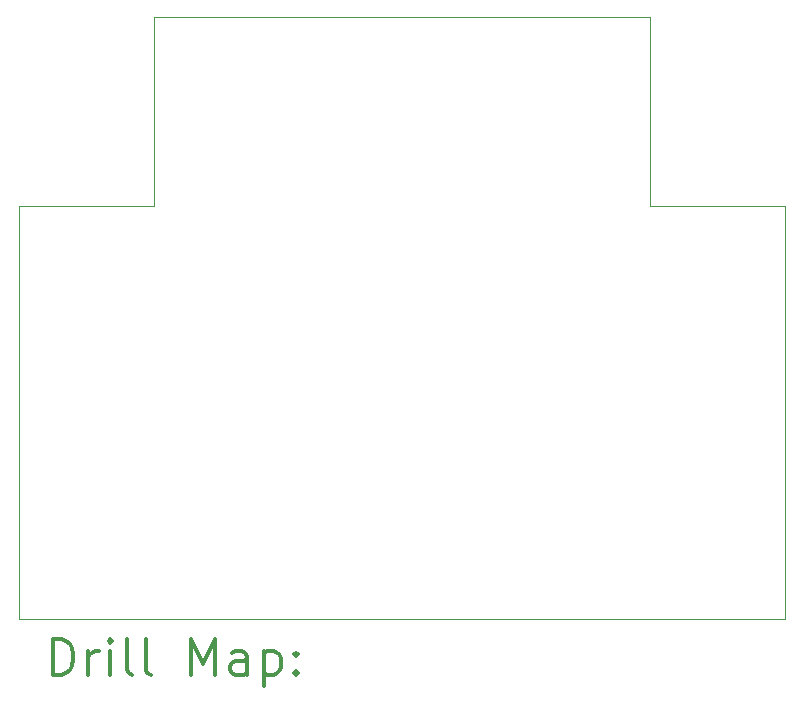
<source format=gbr>
%FSLAX45Y45*%
G04 Gerber Fmt 4.5, Leading zero omitted, Abs format (unit mm)*
G04 Created by KiCad (PCBNEW 5.1.9+dfsg1-1) date 2021-05-25 15:20:50*
%MOMM*%
%LPD*%
G01*
G04 APERTURE LIST*
%TA.AperFunction,Profile*%
%ADD10C,0.050000*%
%TD*%
%ADD11C,0.200000*%
%ADD12C,0.300000*%
G04 APERTURE END LIST*
D10*
X16910000Y-6440000D02*
X16910000Y-4840000D01*
X12710000Y-6440000D02*
X11570000Y-6440000D01*
X12710000Y-4840000D02*
X12710000Y-6440000D01*
X11570000Y-6440000D02*
X11570000Y-9940000D01*
X18050000Y-6440000D02*
X16910000Y-6440000D01*
X18050000Y-9940000D02*
X18050000Y-6440000D01*
X11570000Y-9940000D02*
X18050000Y-9940000D01*
X16910000Y-4840000D02*
X12710000Y-4840000D01*
D11*
D12*
X11853928Y-10408214D02*
X11853928Y-10108214D01*
X11925357Y-10108214D01*
X11968214Y-10122500D01*
X11996786Y-10151072D01*
X12011071Y-10179643D01*
X12025357Y-10236786D01*
X12025357Y-10279643D01*
X12011071Y-10336786D01*
X11996786Y-10365357D01*
X11968214Y-10393929D01*
X11925357Y-10408214D01*
X11853928Y-10408214D01*
X12153928Y-10408214D02*
X12153928Y-10208214D01*
X12153928Y-10265357D02*
X12168214Y-10236786D01*
X12182500Y-10222500D01*
X12211071Y-10208214D01*
X12239643Y-10208214D01*
X12339643Y-10408214D02*
X12339643Y-10208214D01*
X12339643Y-10108214D02*
X12325357Y-10122500D01*
X12339643Y-10136786D01*
X12353928Y-10122500D01*
X12339643Y-10108214D01*
X12339643Y-10136786D01*
X12525357Y-10408214D02*
X12496786Y-10393929D01*
X12482500Y-10365357D01*
X12482500Y-10108214D01*
X12682500Y-10408214D02*
X12653928Y-10393929D01*
X12639643Y-10365357D01*
X12639643Y-10108214D01*
X13025357Y-10408214D02*
X13025357Y-10108214D01*
X13125357Y-10322500D01*
X13225357Y-10108214D01*
X13225357Y-10408214D01*
X13496786Y-10408214D02*
X13496786Y-10251072D01*
X13482500Y-10222500D01*
X13453928Y-10208214D01*
X13396786Y-10208214D01*
X13368214Y-10222500D01*
X13496786Y-10393929D02*
X13468214Y-10408214D01*
X13396786Y-10408214D01*
X13368214Y-10393929D01*
X13353928Y-10365357D01*
X13353928Y-10336786D01*
X13368214Y-10308214D01*
X13396786Y-10293929D01*
X13468214Y-10293929D01*
X13496786Y-10279643D01*
X13639643Y-10208214D02*
X13639643Y-10508214D01*
X13639643Y-10222500D02*
X13668214Y-10208214D01*
X13725357Y-10208214D01*
X13753928Y-10222500D01*
X13768214Y-10236786D01*
X13782500Y-10265357D01*
X13782500Y-10351072D01*
X13768214Y-10379643D01*
X13753928Y-10393929D01*
X13725357Y-10408214D01*
X13668214Y-10408214D01*
X13639643Y-10393929D01*
X13911071Y-10379643D02*
X13925357Y-10393929D01*
X13911071Y-10408214D01*
X13896786Y-10393929D01*
X13911071Y-10379643D01*
X13911071Y-10408214D01*
X13911071Y-10222500D02*
X13925357Y-10236786D01*
X13911071Y-10251072D01*
X13896786Y-10236786D01*
X13911071Y-10222500D01*
X13911071Y-10251072D01*
M02*

</source>
